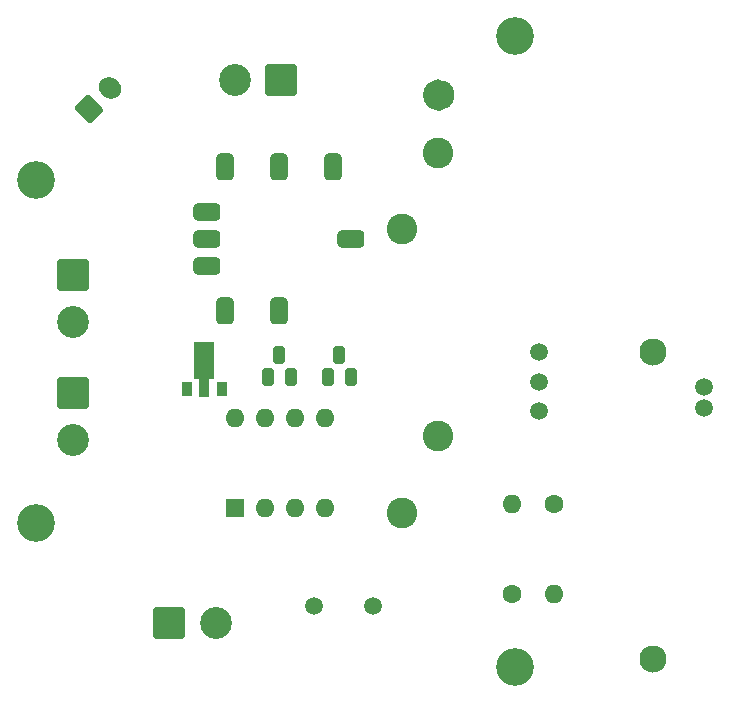
<source format=gbr>
%TF.GenerationSoftware,KiCad,Pcbnew,7.0.6*%
%TF.CreationDate,2023-11-19T20:23:39+09:00*%
%TF.ProjectId,PowerSupply_20230505,506f7765-7253-4757-9070-6c795f323032,rev?*%
%TF.SameCoordinates,Original*%
%TF.FileFunction,Soldermask,Top*%
%TF.FilePolarity,Negative*%
%FSLAX46Y46*%
G04 Gerber Fmt 4.6, Leading zero omitted, Abs format (unit mm)*
G04 Created by KiCad (PCBNEW 7.0.6) date 2023-11-19 20:23:39*
%MOMM*%
%LPD*%
G01*
G04 APERTURE LIST*
G04 Aperture macros list*
%AMRoundRect*
0 Rectangle with rounded corners*
0 $1 Rounding radius*
0 $2 $3 $4 $5 $6 $7 $8 $9 X,Y pos of 4 corners*
0 Add a 4 corners polygon primitive as box body*
4,1,4,$2,$3,$4,$5,$6,$7,$8,$9,$2,$3,0*
0 Add four circle primitives for the rounded corners*
1,1,$1+$1,$2,$3*
1,1,$1+$1,$4,$5*
1,1,$1+$1,$6,$7*
1,1,$1+$1,$8,$9*
0 Add four rect primitives between the rounded corners*
20,1,$1+$1,$2,$3,$4,$5,0*
20,1,$1+$1,$4,$5,$6,$7,0*
20,1,$1+$1,$6,$7,$8,$9,0*
20,1,$1+$1,$8,$9,$2,$3,0*%
%AMHorizOval*
0 Thick line with rounded ends*
0 $1 width*
0 $2 $3 position (X,Y) of the first rounded end (center of the circle)*
0 $4 $5 position (X,Y) of the second rounded end (center of the circle)*
0 Add line between two ends*
20,1,$1,$2,$3,$4,$5,0*
0 Add two circle primitives to create the rounded ends*
1,1,$1,$2,$3*
1,1,$1,$4,$5*%
%AMFreePoly0*
4,1,9,3.862500,-0.866500,0.737500,-0.866500,0.737500,-0.450000,-0.737500,-0.450000,-0.737500,0.450000,0.737500,0.450000,0.737500,0.866500,3.862500,0.866500,3.862500,-0.866500,3.862500,-0.866500,$1*%
G04 Aperture macros list end*
%ADD10C,1.325000*%
%ADD11R,0.900000X1.300000*%
%ADD12FreePoly0,90.000000*%
%ADD13RoundRect,0.250001X1.099999X1.099999X-1.099999X1.099999X-1.099999X-1.099999X1.099999X-1.099999X0*%
%ADD14C,2.700000*%
%ADD15C,2.300000*%
%ADD16C,1.500000*%
%ADD17C,3.200000*%
%ADD18RoundRect,0.250001X-1.099999X1.099999X-1.099999X-1.099999X1.099999X-1.099999X1.099999X1.099999X0*%
%ADD19C,1.600000*%
%ADD20O,1.600000X1.600000*%
%ADD21RoundRect,0.381000X-0.381000X0.762000X-0.381000X-0.762000X0.381000X-0.762000X0.381000X0.762000X0*%
%ADD22RoundRect,0.381000X0.762000X0.381000X-0.762000X0.381000X-0.762000X-0.381000X0.762000X-0.381000X0*%
%ADD23C,2.600000*%
%ADD24RoundRect,0.250000X0.250000X-0.500000X0.250000X0.500000X-0.250000X0.500000X-0.250000X-0.500000X0*%
%ADD25RoundRect,0.250000X0.106066X-0.954594X0.954594X-0.106066X-0.106066X0.954594X-0.954594X0.106066X0*%
%ADD26HorizOval,1.700000X-0.106066X0.106066X0.106066X-0.106066X0*%
%ADD27RoundRect,0.250001X-1.099999X-1.099999X1.099999X-1.099999X1.099999X1.099999X-1.099999X1.099999X0*%
%ADD28R,1.600000X1.600000*%
G04 APERTURE END LIST*
D10*
X94162500Y-85000000D02*
G75*
G03*
X94162500Y-85000000I-662500J0D01*
G01*
D11*
%TO.C,3.3V*%
X72160000Y-109900000D03*
D12*
X73660000Y-109812500D03*
D11*
X75160000Y-109900000D03*
%TD*%
D13*
%TO.C,J5*%
X80184180Y-83732264D03*
D14*
X76224180Y-83732264D03*
%TD*%
D15*
%TO.C,MES1*%
X111676680Y-132732264D03*
X111676680Y-106732264D03*
D16*
X115926680Y-109732264D03*
X115926680Y-111482264D03*
%TD*%
D17*
%TO.C,REF\u002A\u002A*%
X59426680Y-92182264D03*
%TD*%
D18*
%TO.C,J2*%
X62550000Y-110242500D03*
D14*
X62550000Y-114202500D03*
%TD*%
D19*
%TO.C,10K*%
X103251000Y-119634000D03*
D20*
X103251000Y-127254000D03*
%TD*%
D16*
%TO.C,BZ1*%
X82926680Y-128232264D03*
X87926680Y-128232264D03*
%TD*%
D21*
%TO.C,U1*%
X80010000Y-103282264D03*
X75430000Y-103282264D03*
D22*
X73910000Y-99472264D03*
X73910000Y-97182264D03*
X73910000Y-94892264D03*
D21*
X75430000Y-91082264D03*
X80010000Y-91082264D03*
X84590000Y-91082264D03*
D22*
X86110000Y-97182264D03*
%TD*%
D18*
%TO.C,J4*%
X62550000Y-100242500D03*
D14*
X62550000Y-104202500D03*
%TD*%
D17*
%TO.C,REF\u002A\u002A*%
X100000000Y-133464528D03*
%TD*%
D23*
%TO.C,F1*%
X90426680Y-120382264D03*
X93426680Y-113882264D03*
X90426680Y-96382264D03*
X93426680Y-89882264D03*
%TD*%
D19*
%TO.C,30K*%
X99695000Y-127254000D03*
D20*
X99695000Y-119634000D03*
%TD*%
D24*
%TO.C,Nch*%
X79060000Y-108887500D03*
X80010000Y-107012500D03*
X80960000Y-108887500D03*
%TD*%
D17*
%TO.C,REF\u002A\u002A*%
X100000000Y-80000000D03*
%TD*%
D16*
%TO.C,SW2*%
X102000000Y-111800000D03*
X102000000Y-109300000D03*
X102000000Y-106800000D03*
%TD*%
D25*
%TO.C,J3*%
X63882586Y-86206079D03*
D26*
X65650353Y-84438312D03*
%TD*%
D27*
%TO.C,J1*%
X70666680Y-129682264D03*
D14*
X74626680Y-129682264D03*
%TD*%
D17*
%TO.C,REF\u002A\u002A*%
X59426680Y-121282264D03*
%TD*%
D28*
%TO.C,\u25CF*%
X76210000Y-120005000D03*
D20*
X78750000Y-120005000D03*
X81290000Y-120005000D03*
X83830000Y-120005000D03*
X83830000Y-112385000D03*
X81290000Y-112385000D03*
X78750000Y-112385000D03*
X76210000Y-112385000D03*
%TD*%
D24*
%TO.C,Pch*%
X85090000Y-107012500D03*
X84140000Y-108887500D03*
X86040000Y-108887500D03*
%TD*%
M02*

</source>
